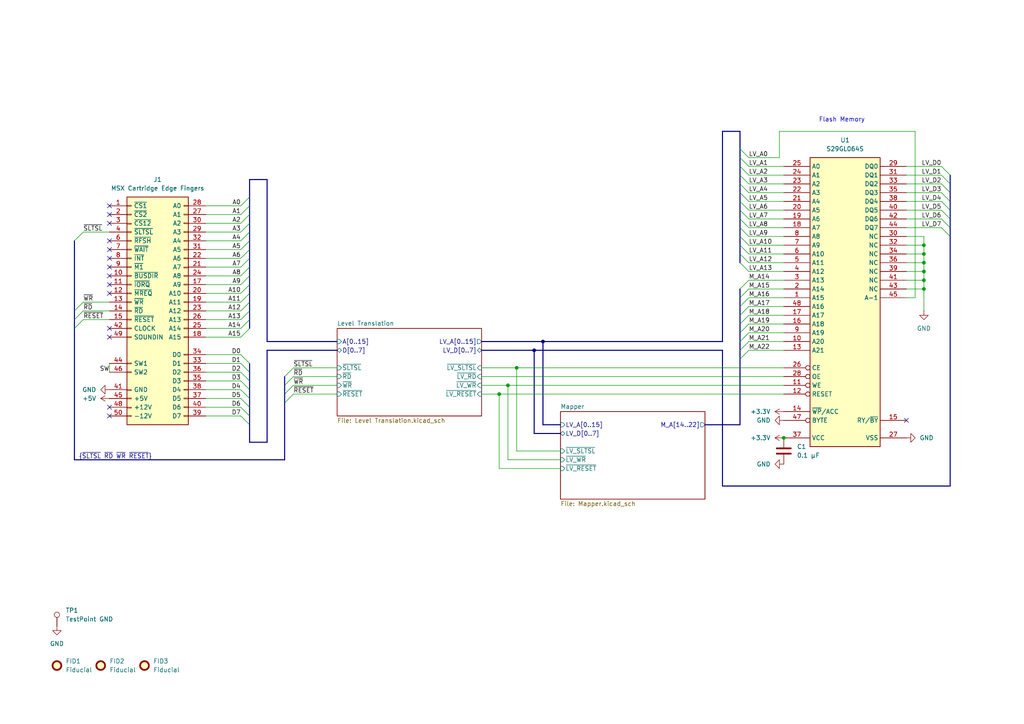
<source format=kicad_sch>
(kicad_sch (version 20250114) (generator "eeschema") (generator_version "9.0")
  (paper "A4")
  (title_block (title "ASCII16-X Mapper XL") (date "2023-12-16") (rev "1") (company "Author: Laurens Holst") (comment 1 "License: MIT") (comment 3 "Supports up to 8 MB Flash ROM (3.3V)") (comment 4 "Extended ASCII16 mapper for MSX"))
  (lib_symbols
    (symbol "#MySymbols:MSX_Cartridge_Edge_Fingers" (pin_names (offset 2)) (in_bom no)
      (property "Reference" "J1" (at 0 38.1 0))
      (property "Value" "MSX Cartridge Edge Fingers" (at 0 35.56 0))
      (symbol "MSX_Cartridge_Edge_Fingers_1_1"
        (rectangle (start -8.89 33.02) (end 8.89 -33.02) (stroke (width 0.254)) (fill (type background)))
        (rectangle (start -8.89 30.607) (end -7.62 30.353) (stroke (width 0.1524)))
        (rectangle (start -8.89 28.067) (end -7.62 27.813) (stroke (width 0.1524)))
        (rectangle (start -8.89 25.4) (end -7.62 25.146) (stroke (width 0.1524)))
        (rectangle (start -8.89 22.987) (end -7.62 22.733) (stroke (width 0.1524)))
        (rectangle (start -8.89 20.447) (end -7.62 20.193) (stroke (width 0.1524)))
        (rectangle (start -8.89 17.907) (end -7.62 17.653) (stroke (width 0.1524)))
        (rectangle (start -8.89 15.367) (end -7.62 15.113) (stroke (width 0.1524)))
        (rectangle (start -8.89 12.827) (end -7.62 12.573) (stroke (width 0.1524)))
        (rectangle (start -8.89 10.287) (end -7.62 10.033) (stroke (width 0.1524)))
        (rectangle (start -8.89 7.747) (end -7.62 7.493) (stroke (width 0.1524)))
        (rectangle (start -8.89 5.207) (end -7.62 4.953) (stroke (width 0.1524)))
        (rectangle (start -8.89 2.667) (end -7.62 2.413) (stroke (width 0.1524)))
        (rectangle (start -8.89 0.127) (end -7.62 -0.127) (stroke (width 0.1524)))
        (rectangle (start -8.89 -2.413) (end -7.62 -2.667) (stroke (width 0.1524)))
        (rectangle (start -8.89 -4.953) (end -7.62 -5.207) (stroke (width 0.1524)))
        (rectangle (start -8.89 -7.493) (end -7.62 -7.747) (stroke (width 0.1524)))
        (rectangle (start -8.89 -15.113) (end -7.62 -15.367) (stroke (width 0.1524)))
        (rectangle (start -8.89 -17.653) (end -7.62 -17.907) (stroke (width 0.1524)))
        (rectangle (start -8.89 -22.86) (end -7.62 -23.114) (stroke (width 0.1524)))
        (rectangle (start -8.89 -25.273) (end -7.62 -25.527) (stroke (width 0.1524)))
        (rectangle (start -8.89 -27.94) (end -7.62 -28.194) (stroke (width 0.1524)))
        (rectangle (start -8.89 -30.353) (end -7.62 -30.607) (stroke (width 0.1524)))
        (rectangle (start 7.62 12.7) (end 8.89 12.446) (stroke (width 0.1524)))
        (rectangle (start 7.62 -22.733) (end 8.89 -22.987) (stroke (width 0.1524)))
        (rectangle (start 8.89 30.607) (end 7.62 30.353) (stroke (width 0.1524)))
        (rectangle (start 8.89 28.067) (end 7.62 27.813) (stroke (width 0.1524)))
        (rectangle (start 8.89 25.527) (end 7.62 25.273) (stroke (width 0.1524)))
        (rectangle (start 8.89 22.987) (end 7.62 22.733) (stroke (width 0.1524)))
        (rectangle (start 8.89 20.447) (end 7.62 20.193) (stroke (width 0.1524)))
        (rectangle (start 8.89 17.907) (end 7.62 17.653) (stroke (width 0.1524)))
        (rectangle (start 8.89 15.367) (end 7.62 15.113) (stroke (width 0.1524)))
        (rectangle (start 8.89 10.287) (end 7.62 10.033) (stroke (width 0.1524)))
        (rectangle (start 8.89 7.747) (end 7.62 7.493) (stroke (width 0.1524)))
        (rectangle (start 8.89 5.207) (end 7.62 4.953) (stroke (width 0.1524)))
        (rectangle (start 8.89 2.667) (end 7.62 2.413) (stroke (width 0.1524)))
        (rectangle (start 8.89 0.127) (end 7.62 -0.127) (stroke (width 0.1524)))
        (rectangle (start 8.89 -2.413) (end 7.62 -2.667) (stroke (width 0.1524)))
        (rectangle (start 8.89 -4.953) (end 7.62 -5.207) (stroke (width 0.1524)))
        (rectangle (start 8.89 -7.493) (end 7.62 -7.747) (stroke (width 0.1524)))
        (rectangle (start 8.89 -12.573) (end 7.62 -12.827) (stroke (width 0.1524)))
        (rectangle (start 8.89 -15.113) (end 7.62 -15.367) (stroke (width 0.1524)))
        (rectangle (start 8.89 -17.653) (end 7.62 -17.907) (stroke (width 0.1524)))
        (rectangle (start 8.89 -20.193) (end 7.62 -20.447) (stroke (width 0.1524)))
        (rectangle (start 8.89 -25.273) (end 7.62 -25.527) (stroke (width 0.1524)))
        (rectangle (start 8.89 -27.813) (end 7.62 -28.067) (stroke (width 0.1524)))
        (rectangle (start 8.89 -30.353) (end 7.62 -30.607) (stroke (width 0.1524)))
        (pin output line (at -13.97 30.48 0) (length 5.08) (name "~{CS1}") (number "1"))
        (pin output line (at -13.97 27.94 0) (length 5.08) (name "~{CS2}") (number "2"))
        (pin output line (at -13.97 25.4 0) (length 5.08) (name "~{CS12}") (number "3"))
        (pin output line (at -13.97 22.86 0) (length 5.08) (name "~{SLTSL}") (number "4"))
        (pin output line (at -13.97 20.32 0) (length 5.08) (name "~{RFSH}") (number "6"))
        (pin open_collector line (at -13.97 17.78 0) (length 5.08) (name "~{WAIT}") (number "7"))
        (pin open_collector line (at -13.97 15.24 0) (length 5.08) (name "~{INT}") (number "8"))
        (pin output line (at -13.97 12.7 0) (length 5.08) (name "~{M1}") (number "9"))
        (pin input line (at -13.97 10.16 0) (length 5.08) (name "~{BUSDIR}") (number "10"))
        (pin output line (at -13.97 7.62 0) (length 5.08) (name "~{IORQ}") (number "11"))
        (pin output line (at -13.97 5.08 0) (length 5.08) (name "~{MREQ}") (number "12"))
        (pin output line (at -13.97 2.54 0) (length 5.08) (name "~{WR}") (number "13"))
        (pin output line (at -13.97 0 0) (length 5.08) (name "~{RD}") (number "14"))
        (pin output line (at -13.97 -2.54 0) (length 5.08) (name "~{RESET}") (number "15"))
        (pin output line (at -13.97 -5.08 0) (length 5.08) (name "CLOCK") (number "42"))
        (pin input line (at -13.97 -7.62 0) (length 5.08) (name "SOUNDIN") (number "49"))
        (pin power_out line (at -13.97 -15.24 0) (length 5.08) (name "SW1") (number "44"))
        (pin power_in line (at -13.97 -17.78 0) (length 5.08) (name "SW2") (number "46"))
        (pin power_out line (at -13.97 -22.86 0) (length 5.08) (name "GND") (number "41"))
        (pin passive line (at -13.97 -22.86 0) (length 5.08) (hide yes) (name "GND") (number "43"))
        (pin power_out line (at -13.97 -25.4 0) (length 5.08) (name "+5V") (number "45"))
        (pin passive line (at -13.97 -25.4 0) (length 5.08) (hide yes) (name "+5V") (number "47"))
        (pin power_out line (at -13.97 -27.94 0) (length 5.08) (name "+12V") (number "48"))
        (pin power_out line (at -13.97 -30.48 0) (length 5.08) (name "-12V") (number "50"))
        (pin no_connect non_logic (at -8.89 -10.16 0) (length 5.08) (hide yes) (name "N.C.") (number "5"))
        (pin no_connect non_logic (at -8.89 -12.7 0) (length 5.08) (hide yes) (name "N.C.") (number "16"))
        (pin output line (at 13.97 30.48 180) (length 5.08) (name "A0") (number "28"))
        (pin output line (at 13.97 27.94 180) (length 5.08) (name "A1") (number "27"))
        (pin output line (at 13.97 25.4 180) (length 5.08) (name "A2") (number "30"))
        (pin output line (at 13.97 22.86 180) (length 5.08) (name "A3") (number "29"))
        (pin output line (at 13.97 20.32 180) (length 5.08) (name "A4") (number "32"))
        (pin output line (at 13.97 17.78 180) (length 5.08) (name "A5") (number "31"))
        (pin output line (at 13.97 15.24 180) (length 5.08) (name "A6") (number "22"))
        (pin output line (at 13.97 12.7 180) (length 5.08) (name "A7") (number "21"))
        (pin output line (at 13.97 10.16 180) (length 5.08) (name "A8") (number "24"))
        (pin output line (at 13.97 7.62 180) (length 5.08) (name "A9") (number "17"))
        (pin output line (at 13.97 5.08 180) (length 5.08) (name "A10") (number "20"))
        (pin output line (at 13.97 2.54 180) (length 5.08) (name "A11") (number "19"))
        (pin output line (at 13.97 0 180) (length 5.08) (name "A12") (number "23"))
        (pin output line (at 13.97 -2.54 180) (length 5.08) (name "A13") (number "26"))
        (pin output line (at 13.97 -5.08 180) (length 5.08) (name "A14") (number "25"))
        (pin output line (at 13.97 -7.62 180) (length 5.08) (name "A15") (number "18"))
        (pin tri_state line (at 13.97 -12.7 180) (length 5.08) (name "D0") (number "34"))
        (pin tri_state line (at 13.97 -15.24 180) (length 5.08) (name "D1") (number "33"))
        (pin tri_state line (at 13.97 -17.78 180) (length 5.08) (name "D2") (number "36"))
        (pin tri_state line (at 13.97 -20.32 180) (length 5.08) (name "D3") (number "35"))
        (pin tri_state line (at 13.97 -22.86 180) (length 5.08) (name "D4") (number "38"))
        (pin tri_state line (at 13.97 -25.4 180) (length 5.08) (name "D5") (number "37"))
        (pin tri_state line (at 13.97 -27.94 180) (length 5.08) (name "D6") (number "40"))
        (pin tri_state line (at 13.97 -30.48 180) (length 5.08) (name "D7") (number "39"))
      )
    )
    (symbol "#MySymbols:S29GL064S"
      (property "Reference" "U" (at 0 -43.18 0))
      (property "Value" "S29GL064S" (at 0 43.18 0))
      (symbol "S29GL064S_0_1"
        (rectangle (start -10.16 41.91) (end 10.16 -41.91) (stroke (width 0.254)) (fill (type background)))
      )
      (symbol "S29GL064S_1_1"
        (pin input line (at -17.78 39.37 0) (length 7.62) (name "A0") (number "25"))
        (pin input line (at -17.78 36.83 0) (length 7.62) (name "A1") (number "24"))
        (pin input line (at -17.78 34.29 0) (length 7.62) (name "A2") (number "23"))
        (pin input line (at -17.78 31.75 0) (length 7.62) (name "A3") (number "22"))
        (pin input line (at -17.78 29.21 0) (length 7.62) (name "A4") (number "21"))
        (pin input line (at -17.78 26.67 0) (length 7.62) (name "A5") (number "20"))
        (pin input line (at -17.78 24.13 0) (length 7.62) (name "A6") (number "19"))
        (pin input line (at -17.78 21.59 0) (length 7.62) (name "A7") (number "18"))
        (pin input line (at -17.78 19.05 0) (length 7.62) (name "A8") (number "8"))
        (pin input line (at -17.78 16.51 0) (length 7.62) (name "A9") (number "7"))
        (pin input line (at -17.78 13.97 0) (length 7.62) (name "A10") (number "6"))
        (pin input line (at -17.78 11.43 0) (length 7.62) (name "A11") (number "5"))
        (pin input line (at -17.78 8.89 0) (length 7.62) (name "A12") (number "4"))
        (pin input line (at -17.78 6.35 0) (length 7.62) (name "A13") (number "3"))
        (pin input line (at -17.78 3.81 0) (length 7.62) (name "A14") (number "2"))
        (pin input line (at -17.78 1.27 0) (length 7.62) (name "A15") (number "1"))
        (pin input line (at -17.78 -1.27 0) (length 7.62) (name "A16") (number "48"))
        (pin input line (at -17.78 -3.81 0) (length 7.62) (name "A17") (number "17") (alternate "NC" passive line))
        (pin input line (at -17.78 -6.35 0) (length 7.62) (name "A18") (number "16") (alternate "NC" passive line))
        (pin input line (at -17.78 -8.89 0) (length 7.62) (name "A19") (number "9") (alternate "NC" passive line))
        (pin input line (at -17.78 -11.43 0) (length 7.62) (name "A20") (number "10") (alternate "NC" passive line))
        (pin input line (at -17.78 -13.97 0) (length 7.62) (name "A21") (number "13") (alternate "NC" passive line))
        (pin input inverted (at -17.78 -19.05 0) (length 7.62) (name "CE") (number "26"))
        (pin input inverted (at -17.78 -21.59 0) (length 7.62) (name "OE") (number "28"))
        (pin input inverted (at -17.78 -24.13 0) (length 7.62) (name "WE") (number "11"))
        (pin input inverted (at -17.78 -26.67 0) (length 7.62) (name "RESET") (number "12"))
        (pin input line (at -17.78 -31.75 0) (length 7.62) (name "~{WP}/ACC") (number "14") (alternate "NC" passive line))
        (pin input inverted (at -17.78 -34.29 0) (length 7.62) (name "BYTE") (number "47"))
        (pin power_in line (at -17.78 -39.37 0) (length 7.62) (name "VCC") (number "37"))
        (pin bidirectional line (at 17.78 39.37 180) (length 7.62) (name "DQ0") (number "29"))
        (pin bidirectional line (at 17.78 36.83 180) (length 7.62) (name "DQ1") (number "31"))
        (pin bidirectional line (at 17.78 34.29 180) (length 7.62) (name "DQ2") (number "33"))
        (pin bidirectional line (at 17.78 31.75 180) (length 7.62) (name "DQ3") (number "35"))
        (pin bidirectional line (at 17.78 29.21 180) (length 7.62) (name "DQ4") (number "38"))
        (pin bidirectional line (at 17.78 26.67 180) (length 7.62) (name "DQ5") (number "40"))
        (pin bidirectional line (at 17.78 24.13 180) (length 7.62) (name "DQ6") (number "42"))
        (pin bidirectional line (at 17.78 21.59 180) (length 7.62) (name "DQ7") (number "44"))
        (pin bidirectional line (at 17.78 19.05 180) (length 7.62) (name "DQ8") (number "30") (alternate "NC" passive line))
        (pin bidirectional line (at 17.78 16.51 180) (length 7.62) (name "DQ9") (number "32") (alternate "NC" passive line))
        (pin bidirectional line (at 17.78 13.97 180) (length 7.62) (name "DQ10") (number "34") (alternate "NC" passive line))
        (pin bidirectional line (at 17.78 11.43 180) (length 7.62) (name "DQ11") (number "36") (alternate "NC" passive line))
        (pin bidirectional line (at 17.78 8.89 180) (length 7.62) (name "DQ12") (number "39") (alternate "NC" passive line))
        (pin bidirectional line (at 17.78 6.35 180) (length 7.62) (name "DQ13") (number "41") (alternate "NC" passive line))
        (pin bidirectional line (at 17.78 3.81 180) (length 7.62) (name "DQ14") (number "43") (alternate "NC" passive line))
        (pin bidirectional line (at 17.78 1.27 180) (length 7.62) (name "DQ15") (number "45") (alternate "A-1" input line))
        (pin output line (at 17.78 -34.29 180) (length 7.62) (name "RY/~{BY}") (number "15"))
        (pin power_in line (at 17.78 -39.37 180) (length 7.62) (name "VSS") (number "27"))
        (pin passive line (at 17.78 -39.37 180) (length 7.62) (hide yes) (name "VSS") (number "46"))
      )
    )
    (symbol "+3.3V_1" (power) (pin_numbers (hide yes)) (pin_names (offset 0) (hide yes))
      (property "Value" "+3.3V" (at 0 3.556 0))
      (symbol "+3.3V_1_0_1"
        (polyline (pts (xy -0.762 1.27) (xy 0 2.54)))
        (polyline (pts (xy 0 2.54) (xy 0.762 1.27)))
        (polyline (pts (xy 0 0) (xy 0 2.54)))
      )
      (symbol "+3.3V_1_1_1"
        (pin power_in line (at 0 0 90) (length 0) (name "~") (number "1"))
      )
    )
    (symbol "+5V_1" (power) (pin_numbers (hide yes)) (pin_names (offset 0) (hide yes))
      (property "Value" "+5V" (at 0 3.556 0))
      (symbol "+5V_1_0_1"
        (polyline (pts (xy -0.762 1.27) (xy 0 2.54)))
        (polyline (pts (xy 0 2.54) (xy 0.762 1.27)))
        (polyline (pts (xy 0 0) (xy 0 2.54)))
      )
      (symbol "+5V_1_1_1"
        (pin power_in line (at 0 0 90) (length 0) (name "~") (number "1"))
      )
    )
    (symbol "Connector:TestPoint" (pin_numbers (hide yes)) (pin_names (offset 0.762) (hide yes))
      (property "Reference" "TP" (at 0 6.858 0))
      (property "Value" "TestPoint" (at 0 5.08 0))
      (symbol "TestPoint_0_1"
        (circle (center 0 3.302) (radius 0.762))
      )
      (symbol "TestPoint_1_1"
        (pin passive line (at 0 0 90) (length 2.54) (name "1") (number "1"))
      )
    )
    (symbol "Device:C" (pin_numbers (hide yes)) (pin_names (offset 0.254))
      (property "Reference" "C" (at 0.635 2.54 0))
      (property "Value" "C" (at 0.635 -2.54 0))
      (symbol "C_0_1"
        (polyline (pts (xy -2.032 0.762) (xy 2.032 0.762)) (stroke (width 0.508)))
        (polyline (pts (xy -2.032 -0.762) (xy 2.032 -0.762)) (stroke (width 0.508)))
      )
      (symbol "C_1_1"
        (pin passive line (at 0 3.81 270) (length 2.794) (name "~") (number "1"))
        (pin passive line (at 0 -3.81 90) (length 2.794) (name "~") (number "2"))
      )
    )
    (symbol "GND_1" (power) (pin_numbers (hide yes)) (pin_names (offset 0) (hide yes))
      (property "Value" "GND" (at 0 -3.81 0))
      (symbol "GND_1_0_1"
        (polyline (pts (xy 0 0) (xy 0 -1.27) (xy 1.27 -1.27) (xy 0 -2.54) (xy -1.27 -1.27) (xy 0 -1.27)))
      )
      (symbol "GND_1_1_1"
        (pin power_in line (at 0 0 270) (length 0) (name "~") (number "1"))
      )
    )
    (symbol "Mechanical:Fiducial"
      (property "Reference" "FID" (at 0 5.08 0))
      (property "Value" "Fiducial" (at 0 3.175 0))
      (symbol "Fiducial_0_1"
        (circle (center 0 0) (radius 1.27) (stroke (width 0.508)) (fill (type background)))
      )
    )
  )
  (text "Flash Memory" (at 237.49 35.56 0) (effects (font (size 1.27 1.27)) (justify left bottom)))
  (junction (at 267.97 78.74))
  (junction (at 149.86 106.68))
  (junction (at 147.32 111.76))
  (junction (at 157.48 99.06))
  (junction (at 154.94 101.6))
  (junction (at 267.97 71.12))
  (junction (at 267.97 76.2))
  (junction (at 144.78 114.3))
  (junction (at 227.33 127))
  (junction (at 267.97 83.82))
  (junction (at 267.97 73.66))
  (junction (at 267.97 81.28))
  (no_connect (at 262.89 121.92))
  (no_connect (at 31.75 69.85))
  (no_connect (at 31.75 80.01))
  (no_connect (at 31.75 72.39))
  (no_connect (at 31.75 82.55))
  (no_connect (at 31.75 120.65))
  (no_connect (at 31.75 85.09))
  (no_connect (at 31.75 64.77))
  (no_connect (at 31.75 74.93))
  (no_connect (at 31.75 118.11))
  (no_connect (at 31.75 77.47))
  (no_connect (at 31.75 59.69))
  (no_connect (at 31.75 97.79))
  (no_connect (at 31.75 62.23))
  (no_connect (at 31.75 95.25))
  (bus_entry (at 273.05 63.5) (size 2.54 2.54))
  (bus_entry (at 69.85 64.77) (size 2.54 -2.54))
  (bus_entry (at 214.63 68.58) (size 2.54 2.54))
  (bus_entry (at 69.85 62.23) (size 2.54 -2.54))
  (bus_entry (at 24.13 67.31) (size -2.54 2.54))
  (bus_entry (at 273.05 53.34) (size 2.54 2.54))
  (bus_entry (at 82.55 114.3) (size 2.54 -2.54))
  (bus_entry (at 214.63 71.12) (size 2.54 2.54))
  (bus_entry (at 214.63 66.04) (size 2.54 2.54))
  (bus_entry (at 273.05 50.8) (size 2.54 2.54))
  (bus_entry (at 69.85 113.03) (size 2.54 2.54))
  (bus_entry (at 273.05 60.96) (size 2.54 2.54))
  (bus_entry (at 214.63 50.8) (size 2.54 2.54))
  (bus_entry (at 69.85 107.95) (size 2.54 2.54))
  (bus_entry (at 214.63 88.9) (size 2.54 -2.54))
  (bus_entry (at 273.05 66.04) (size 2.54 2.54))
  (bus_entry (at 69.85 97.79) (size 2.54 -2.54))
  (bus_entry (at 214.63 99.06) (size 2.54 -2.54))
  (bus_entry (at 214.63 76.2) (size 2.54 2.54))
  (bus_entry (at 69.85 105.41) (size 2.54 2.54))
  (bus_entry (at 69.85 82.55) (size 2.54 -2.54))
  (bus_entry (at 69.85 72.39) (size 2.54 -2.54))
  (bus_entry (at 69.85 87.63) (size 2.54 -2.54))
  (bus_entry (at 82.55 111.76) (size 2.54 -2.54))
  (bus_entry (at 214.63 43.18) (size 2.54 2.54))
  (bus_entry (at 214.63 58.42) (size 2.54 2.54))
  (bus_entry (at 69.85 120.65) (size 2.54 2.54))
  (bus_entry (at 214.63 96.52) (size 2.54 -2.54))
  (bus_entry (at 214.63 86.36) (size 2.54 -2.54))
  (bus_entry (at 214.63 48.26) (size 2.54 2.54))
  (bus_entry (at 69.85 59.69) (size 2.54 -2.54))
  (bus_entry (at 214.63 93.98) (size 2.54 -2.54))
  (bus_entry (at 214.63 63.5) (size 2.54 2.54))
  (bus_entry (at 82.55 116.84) (size 2.54 -2.54))
  (bus_entry (at 273.05 58.42) (size 2.54 2.54))
  (bus_entry (at 214.63 101.6) (size 2.54 -2.54))
  (bus_entry (at 214.63 104.14) (size 2.54 -2.54))
  (bus_entry (at 82.55 109.22) (size 2.54 -2.54))
  (bus_entry (at 214.63 73.66) (size 2.54 2.54))
  (bus_entry (at 69.85 67.31) (size 2.54 -2.54))
  (bus_entry (at 69.85 95.25) (size 2.54 -2.54))
  (bus_entry (at 69.85 115.57) (size 2.54 2.54))
  (bus_entry (at 214.63 45.72) (size 2.54 2.54))
  (bus_entry (at 273.05 55.88) (size 2.54 2.54))
  (bus_entry (at 69.85 85.09) (size 2.54 -2.54))
  (bus_entry (at 69.85 74.93) (size 2.54 -2.54))
  (bus_entry (at 214.63 83.82) (size 2.54 -2.54))
  (bus_entry (at 214.63 53.34) (size 2.54 2.54))
  (bus_entry (at 69.85 80.01) (size 2.54 -2.54))
  (bus_entry (at 24.13 92.71) (size -2.54 2.54))
  (bus_entry (at 214.63 60.96) (size 2.54 2.54))
  (bus_entry (at 214.63 55.88) (size 2.54 2.54))
  (bus_entry (at 69.85 90.17) (size 2.54 -2.54))
  (bus_entry (at 24.13 87.63) (size -2.54 2.54))
  (bus_entry (at 214.63 91.44) (size 2.54 -2.54))
  (bus_entry (at 273.05 48.26) (size 2.54 2.54))
  (bus_entry (at 69.85 77.47) (size 2.54 -2.54))
  (bus_entry (at 69.85 110.49) (size 2.54 2.54))
  (bus_entry (at 69.85 118.11) (size 2.54 2.54))
  (bus_entry (at 69.85 92.71) (size 2.54 -2.54))
  (bus_entry (at 24.13 90.17) (size -2.54 2.54))
  (bus_entry (at 69.85 102.87) (size 2.54 2.54))
  (bus_entry (at 69.85 69.85) (size 2.54 -2.54))
  (wire (pts (xy 59.69 80.01) (xy 69.85 80.01)))
  (bus (pts (xy 214.63 63.5) (xy 214.63 60.96)))
  (wire (pts (xy 24.13 87.63) (xy 31.75 87.63)))
  (bus (pts (xy 72.39 113.03) (xy 72.39 115.57)))
  (bus (pts (xy 72.39 80.01) (xy 72.39 82.55)))
  (wire (pts (xy 262.89 66.04) (xy 273.05 66.04)))
  (bus (pts (xy 154.94 101.6) (xy 209.55 101.6)))
  (bus (pts (xy 214.63 86.36) (xy 214.63 88.9)))
  (wire (pts (xy 262.89 48.26) (xy 273.05 48.26)))
  (wire (pts (xy 217.17 58.42) (xy 227.33 58.42)))
  (wire (pts (xy 217.17 55.88) (xy 227.33 55.88)))
  (wire (pts (xy 262.89 71.12) (xy 267.97 71.12)))
  (wire (pts (xy 162.56 133.35) (xy 147.32 133.35)))
  (bus (pts (xy 72.39 90.17) (xy 72.39 92.71)))
  (wire (pts (xy 139.7 111.76) (xy 147.32 111.76)))
  (bus (pts (xy 139.7 101.6) (xy 154.94 101.6)))
  (wire (pts (xy 59.69 113.03) (xy 69.85 113.03)))
  (wire (pts (xy 267.97 90.17) (xy 267.97 83.82)))
  (bus (pts (xy 214.63 48.26) (xy 214.63 45.72)))
  (bus (pts (xy 275.59 53.34) (xy 275.59 55.88)))
  (bus (pts (xy 82.55 111.76) (xy 82.55 114.3)))
  (bus (pts (xy 214.63 50.8) (xy 214.63 48.26)))
  (bus (pts (xy 214.63 43.18) (xy 214.63 38.1)))
  (bus (pts (xy 275.59 50.8) (xy 275.59 53.34)))
  (bus (pts (xy 214.63 91.44) (xy 214.63 93.98)))
  (bus (pts (xy 72.39 82.55) (xy 72.39 85.09)))
  (wire (pts (xy 59.69 64.77) (xy 69.85 64.77)))
  (wire (pts (xy 59.69 72.39) (xy 69.85 72.39)))
  (bus (pts (xy 162.56 125.73) (xy 154.94 125.73)))
  (wire (pts (xy 262.89 68.58) (xy 267.97 68.58)))
  (bus (pts (xy 214.63 101.6) (xy 214.63 104.14)))
  (wire (pts (xy 217.17 81.28) (xy 227.33 81.28)))
  (wire (pts (xy 262.89 55.88) (xy 273.05 55.88)))
  (bus (pts (xy 157.48 123.19) (xy 157.48 99.06)))
  (wire (pts (xy 59.69 77.47) (xy 69.85 77.47)))
  (bus (pts (xy 275.59 58.42) (xy 275.59 60.96)))
  (bus (pts (xy 72.39 59.69) (xy 72.39 62.23)))
  (wire (pts (xy 217.17 83.82) (xy 227.33 83.82)))
  (bus (pts (xy 72.39 57.15) (xy 72.39 59.69)))
  (wire (pts (xy 162.56 130.81) (xy 149.86 130.81)))
  (wire (pts (xy 59.69 105.41) (xy 69.85 105.41)))
  (wire (pts (xy 144.78 114.3) (xy 227.33 114.3)))
  (bus (pts (xy 209.55 38.1) (xy 209.55 99.06)))
  (wire (pts (xy 217.17 99.06) (xy 227.33 99.06)))
  (wire (pts (xy 149.86 106.68) (xy 227.33 106.68)))
  (wire (pts (xy 217.17 71.12) (xy 227.33 71.12)))
  (bus (pts (xy 72.39 105.41) (xy 72.39 107.95)))
  (wire (pts (xy 262.89 83.82) (xy 267.97 83.82)))
  (wire (pts (xy 59.69 74.93) (xy 69.85 74.93)))
  (bus (pts (xy 72.39 107.95) (xy 72.39 110.49)))
  (wire (pts (xy 217.17 101.6) (xy 227.33 101.6)))
  (bus (pts (xy 72.39 67.31) (xy 72.39 69.85)))
  (wire (pts (xy 217.17 91.44) (xy 227.33 91.44)))
  (bus (pts (xy 214.63 88.9) (xy 214.63 91.44)))
  (wire (pts (xy 217.17 50.8) (xy 227.33 50.8)))
  (wire (pts (xy 217.17 68.58) (xy 227.33 68.58)))
  (wire (pts (xy 59.69 62.23) (xy 69.85 62.23)))
  (wire (pts (xy 144.78 135.89) (xy 144.78 114.3)))
  (wire (pts (xy 85.09 109.22) (xy 97.79 109.22)))
  (bus (pts (xy 77.47 128.27) (xy 72.39 128.27)))
  (bus (pts (xy 72.39 69.85) (xy 72.39 72.39)))
  (wire (pts (xy 217.17 63.5) (xy 227.33 63.5)))
  (bus (pts (xy 21.59 92.71) (xy 21.59 95.25)))
  (wire (pts (xy 217.17 48.26) (xy 227.33 48.26)))
  (wire (pts (xy 217.17 86.36) (xy 227.33 86.36)))
  (bus (pts (xy 214.63 123.19) (xy 204.47 123.19)))
  (wire (pts (xy 59.69 69.85) (xy 69.85 69.85)))
  (bus (pts (xy 72.39 115.57) (xy 72.39 118.11)))
  (wire (pts (xy 85.09 106.68) (xy 97.79 106.68)))
  (wire (pts (xy 262.89 81.28) (xy 267.97 81.28)))
  (wire (pts (xy 59.69 97.79) (xy 69.85 97.79)))
  (wire (pts (xy 217.17 78.74) (xy 227.33 78.74)))
  (bus (pts (xy 214.63 83.82) (xy 214.63 86.36)))
  (bus (pts (xy 214.63 93.98) (xy 214.63 96.52)))
  (bus (pts (xy 214.63 99.06) (xy 214.63 101.6)))
  (bus (pts (xy 214.63 104.14) (xy 214.63 123.19)))
  (wire (pts (xy 267.97 68.58) (xy 267.97 71.12)))
  (bus (pts (xy 214.63 53.34) (xy 214.63 50.8)))
  (bus (pts (xy 72.39 118.11) (xy 72.39 120.65)))
  (wire (pts (xy 262.89 73.66) (xy 267.97 73.66)))
  (bus (pts (xy 72.39 85.09) (xy 72.39 87.63)))
  (bus (pts (xy 275.59 63.5) (xy 275.59 66.04)))
  (wire (pts (xy 59.69 92.71) (xy 69.85 92.71)))
  (bus (pts (xy 275.59 60.96) (xy 275.59 63.5)))
  (bus (pts (xy 157.48 99.06) (xy 209.55 99.06)))
  (wire (pts (xy 226.06 38.1) (xy 226.06 45.72)))
  (wire (pts (xy 217.17 73.66) (xy 227.33 73.66)))
  (bus (pts (xy 82.55 109.22) (xy 82.55 111.76)))
  (wire (pts (xy 262.89 78.74) (xy 267.97 78.74)))
  (wire (pts (xy 267.97 76.2) (xy 267.97 78.74)))
  (bus (pts (xy 72.39 120.65) (xy 72.39 123.19)))
  (bus (pts (xy 72.39 123.19) (xy 72.39 128.27)))
  (bus (pts (xy 77.47 101.6) (xy 77.47 128.27)))
  (wire (pts (xy 59.69 90.17) (xy 69.85 90.17)))
  (bus (pts (xy 82.55 116.84) (xy 82.55 133.35)))
  (bus (pts (xy 275.59 140.97) (xy 209.55 140.97)))
  (bus (pts (xy 214.63 55.88) (xy 214.63 53.34)))
  (wire (pts (xy 217.17 76.2) (xy 227.33 76.2)))
  (bus (pts (xy 209.55 140.97) (xy 209.55 101.6)))
  (wire (pts (xy 139.7 106.68) (xy 149.86 106.68)))
  (wire (pts (xy 217.17 66.04) (xy 227.33 66.04)))
  (bus (pts (xy 72.39 52.07) (xy 72.39 57.15)))
  (bus (pts (xy 72.39 74.93) (xy 72.39 77.47)))
  (wire (pts (xy 59.69 95.25) (xy 69.85 95.25)))
  (bus (pts (xy 21.59 69.85) (xy 21.59 90.17)))
  (bus (pts (xy 72.39 77.47) (xy 72.39 80.01)))
  (wire (pts (xy 59.69 118.11) (xy 69.85 118.11)))
  (wire (pts (xy 149.86 130.81) (xy 149.86 106.68)))
  (bus (pts (xy 72.39 92.71) (xy 72.39 95.25)))
  (wire (pts (xy 24.13 92.71) (xy 31.75 92.71)))
  (bus (pts (xy 162.56 123.19) (xy 157.48 123.19)))
  (bus (pts (xy 97.79 101.6) (xy 77.47 101.6)))
  (wire (pts (xy 147.32 133.35) (xy 147.32 111.76)))
  (wire (pts (xy 267.97 71.12) (xy 267.97 73.66)))
  (wire (pts (xy 59.69 87.63) (xy 69.85 87.63)))
  (wire (pts (xy 267.97 78.74) (xy 267.97 81.28)))
  (bus (pts (xy 214.63 58.42) (xy 214.63 55.88)))
  (bus (pts (xy 21.59 90.17) (xy 21.59 92.71)))
  (wire (pts (xy 59.69 82.55) (xy 69.85 82.55)))
  (wire (pts (xy 59.69 59.69) (xy 69.85 59.69)))
  (wire (pts (xy 267.97 73.66) (xy 267.97 76.2)))
  (bus (pts (xy 214.63 76.2) (xy 214.63 73.66)))
  (bus (pts (xy 154.94 125.73) (xy 154.94 101.6)))
  (bus (pts (xy 275.59 55.88) (xy 275.59 58.42)))
  (wire (pts (xy 59.69 107.95) (xy 69.85 107.95)))
  (wire (pts (xy 59.69 85.09) (xy 69.85 85.09)))
  (bus (pts (xy 214.63 38.1) (xy 209.55 38.1)))
  (bus (pts (xy 21.59 133.35) (xy 82.55 133.35)))
  (wire (pts (xy 139.7 114.3) (xy 144.78 114.3)))
  (wire (pts (xy 147.32 111.76) (xy 227.33 111.76)))
  (bus (pts (xy 21.59 133.35) (xy 21.59 95.25)))
  (bus (pts (xy 275.59 68.58) (xy 275.59 140.97)))
  (bus (pts (xy 214.63 68.58) (xy 214.63 66.04)))
  (wire (pts (xy 262.89 63.5) (xy 273.05 63.5)))
  (wire (pts (xy 265.43 38.1) (xy 226.06 38.1)))
  (wire (pts (xy 217.17 93.98) (xy 227.33 93.98)))
  (bus (pts (xy 72.39 62.23) (xy 72.39 64.77)))
  (bus (pts (xy 139.7 99.06) (xy 157.48 99.06)))
  (wire (pts (xy 59.69 67.31) (xy 69.85 67.31)))
  (bus (pts (xy 214.63 45.72) (xy 214.63 43.18)))
  (bus (pts (xy 72.39 72.39) (xy 72.39 74.93)))
  (wire (pts (xy 217.17 88.9) (xy 227.33 88.9)))
  (wire (pts (xy 85.09 111.76) (xy 97.79 111.76)))
  (wire (pts (xy 217.17 45.72) (xy 226.06 45.72)))
  (wire (pts (xy 262.89 60.96) (xy 273.05 60.96)))
  (wire (pts (xy 31.75 105.41) (xy 31.75 107.95)))
  (bus (pts (xy 72.39 110.49) (xy 72.39 113.03)))
  (wire (pts (xy 262.89 53.34) (xy 273.05 53.34)))
  (wire (pts (xy 59.69 110.49) (xy 69.85 110.49)))
  (wire (pts (xy 262.89 76.2) (xy 267.97 76.2)))
  (wire (pts (xy 24.13 67.31) (xy 31.75 67.31)))
  (bus (pts (xy 214.63 73.66) (xy 214.63 71.12)))
  (bus (pts (xy 72.39 87.63) (xy 72.39 90.17)))
  (wire (pts (xy 262.89 58.42) (xy 273.05 58.42)))
  (wire (pts (xy 139.7 109.22) (xy 227.33 109.22)))
  (wire (pts (xy 217.17 60.96) (xy 227.33 60.96)))
  (wire (pts (xy 59.69 115.57) (xy 69.85 115.57)))
  (wire (pts (xy 262.89 86.36) (xy 265.43 86.36)))
  (bus (pts (xy 214.63 60.96) (xy 214.63 58.42)))
  (bus (pts (xy 275.59 66.04) (xy 275.59 68.58)))
  (wire (pts (xy 217.17 96.52) (xy 227.33 96.52)))
  (bus (pts (xy 77.47 52.07) (xy 72.39 52.07)))
  (wire (pts (xy 267.97 81.28) (xy 267.97 83.82)))
  (wire (pts (xy 262.89 50.8) (xy 273.05 50.8)))
  (wire (pts (xy 162.56 135.89) (xy 144.78 135.89)))
  (bus (pts (xy 82.55 114.3) (xy 82.55 116.84)))
  (wire (pts (xy 265.43 86.36) (xy 265.43 38.1)))
  (bus (pts (xy 214.63 96.52) (xy 214.63 99.06)))
  (wire (pts (xy 24.13 90.17) (xy 31.75 90.17)))
  (wire (pts (xy 59.69 102.87) (xy 69.85 102.87)))
  (wire (pts (xy 59.69 120.65) (xy 69.85 120.65)))
  (bus (pts (xy 97.79 99.06) (xy 77.47 99.06)))
  (wire (pts (xy 85.09 114.3) (xy 97.79 114.3)))
  (bus (pts (xy 214.63 71.12) (xy 214.63 68.58)))
  (bus (pts (xy 72.39 64.77) (xy 72.39 67.31)))
  (bus (pts (xy 214.63 66.04) (xy 214.63 63.5)))
  (bus (pts (xy 77.47 99.06) (xy 77.47 52.07)))
  (wire (pts (xy 217.17 53.34) (xy 227.33 53.34)))
  (label "D1" (at 69.85 105.41 180))
  (label "~{WR}" (at 85.09 111.76 0))
  (label "A8" (at 69.85 80.01 180))
  (label "LV_A11" (at 217.17 73.66 0))
  (label "LV_D7" (at 273.05 66.04 180))
  (label "A1" (at 69.85 62.23 180))
  (label "LV_D3" (at 273.05 55.88 180))
  (label "A9" (at 69.85 82.55 180))
  (label "LV_A3" (at 217.17 53.34 0))
  (label "LV_D5" (at 273.05 60.96 180))
  (label "A3" (at 69.85 67.31 180))
  (label "LV_A7" (at 217.17 63.5 0))
  (label "LV_A1" (at 217.17 48.26 0))
  (label "LV_A4" (at 217.17 55.88 0))
  (label "LV_A6" (at 217.17 60.96 0))
  (label "A6" (at 69.85 74.93 180))
  (label "~{WR}" (at 24.13 87.63 0))
  (label "LV_A0" (at 217.17 45.72 0))
  (label "M_A14" (at 217.17 81.28 0))
  (label "~{RD}" (at 24.13 90.17 0))
  (label "A4" (at 69.85 69.85 180))
  (label "D2" (at 69.85 107.95 180))
  (label "LV_D0" (at 273.05 48.26 180))
  (label "~{RESET}" (at 85.09 114.3 0))
  (label "M_A17" (at 217.17 88.9 0))
  (label "LV_D4" (at 273.05 58.42 180))
  (label "A15" (at 69.85 97.79 180))
  (label "M_A19" (at 217.17 93.98 0))
  (label "LV_A12" (at 217.17 76.2 0))
  (label "LV_A8" (at 217.17 66.04 0))
  (label "M_A21" (at 217.17 99.06 0))
  (label "A14" (at 69.85 95.25 180))
  (label "A10" (at 69.85 85.09 180))
  (label "~{SLTSL}" (at 85.09 106.68 0))
  (label "~{SLTSL}" (at 24.13 67.31 0))
  (label "~{RESET}" (at 24.13 92.71 0))
  (label "D0" (at 69.85 102.87 180))
  (label "LV_A10" (at 217.17 71.12 0))
  (label "LV_D6" (at 273.05 63.5 180))
  (label "A11" (at 69.85 87.63 180))
  (label "D3" (at 69.85 110.49 180))
  (label "A5" (at 69.85 72.39 180))
  (label "LV_A5" (at 217.17 58.42 0))
  (label "LV_A9" (at 217.17 68.58 0))
  (label "A12" (at 69.85 90.17 180))
  (label "A7" (at 69.85 77.47 180))
  (label "D6" (at 69.85 118.11 180))
  (label "M_A18" (at 217.17 91.44 0))
  (label "{~{SLTSL} ~{RD} ~{WR} ~{RESET}}" (at 22.86 133.35 0))
  (label "SW" (at 31.75 107.95 180))
  (label "M_A20" (at 217.17 96.52 0))
  (label "A2" (at 69.85 64.77 180))
  (label "M_A16" (at 217.17 86.36 0))
  (label "~{RD}" (at 85.09 109.22 0))
  (label "D5" (at 69.85 115.57 180))
  (label "M_A15" (at 217.17 83.82 0))
  (label "A0" (at 69.85 59.69 180))
  (label "D4" (at 69.85 113.03 180))
  (label "LV_A2" (at 217.17 50.8 0))
  (label "LV_D2" (at 273.05 53.34 180))
  (label "LV_D1" (at 273.05 50.8 180))
  (label "M_A22" (at 217.17 101.6 0))
  (label "A13" (at 69.85 92.71 180))
  (label "D7" (at 69.85 120.65 180))
  (label "LV_A13" (at 217.17 78.74 0))
  (symbol (lib_name "GND_1") (lib_id "power:GND") (at 262.89 127 90) (unit 1)
    (property "Reference" "#PWR08" (effects (hide yes)))
    (property "Value" "GND" (at 266.7 126.9999 90) (effects (justify right)))
    (property "Description" "Power symbol creates a global label with name \"GND\" , ground" (effects (hide yes)))
  )
  (symbol (lib_name "GND_1") (lib_id "power:GND") (at 227.33 121.92 270) (unit 1)
    (property "Reference" "#PWR05" (effects (hide yes)))
    (property "Value" "GND" (at 223.52 121.9199 90) (effects (justify right)))
    (property "Description" "Power symbol creates a global label with name \"GND\" , ground" (effects (hide yes)))
  )
  (symbol (lib_name "GND_1") (lib_id "power:GND") (at 267.97 90.17 0) (unit 1)
    (property "Reference" "#PWR09" (effects (hide yes)))
    (property "Value" "GND" (at 267.97 95.25 0))
    (property "Description" "Power symbol creates a global label with name \"GND\" , ground" (effects (hide yes)))
  )
  (symbol (lib_id "Device:C") (at 227.33 130.81 0) (unit 1)
    (property "Reference" "C1" (at 231.14 129.54 0) (effects (justify left)))
    (property "Value" "0.1 µF" (at 231.14 132.08 0) (effects (justify left)))
    (property "Footprint" "Capacitor_SMD:C_0805_2012Metric" (effects (hide yes)))
    (property "Description" "CAP CER 0.1UF 50V X7R 10% 0805" (effects (hide yes)))
    (property "Package" "0805" (effects (hide yes)))
    (property "MPN" "CL21B104KBCNNNC" (effects (hide yes)))
    (property "Type" "SMD" (effects (hide yes)))
    (property "Manufacturer" "Samsung" (effects (hide yes)))
  )
  (symbol (lib_id "#MySymbols:MSX_Cartridge_Edge_Fingers") (at 45.72 90.17 0) (unit 1) (in_bom no)
    (property "Reference" "J1" (at 45.72 52.07 0))
    (property "Value" "MSX Cartridge Edge Fingers" (at 45.72 54.61 0))
    (property "Footprint" "#MyFootprints:MSX_Cartridge_Edge_Fingers" (effects (hide yes)))
    (property "Notes" "Do not place" (effects (hide yes)))
  )
  (symbol (lib_name "+3.3V_1") (lib_id "power:+3.3V") (at 227.33 127 90) (unit 1)
    (property "Reference" "#PWR06" (effects (hide yes)))
    (property "Value" "+3.3V" (at 223.52 126.9999 90) (effects (justify left)))
    (property "Description" "Power symbol creates a global label with name \"+3.3V\"" (effects (hide yes)))
  )
  (symbol (lib_name "GND_1") (lib_id "power:GND") (at 227.33 134.62 270) (unit 1)
    (property "Reference" "#PWR07" (effects (hide yes)))
    (property "Value" "GND" (at 223.52 134.6199 90) (effects (justify right)))
    (property "Description" "Power symbol creates a global label with name \"GND\" , ground" (effects (hide yes)))
  )
  (symbol (lib_name "GND_1") (lib_id "power:GND") (at 31.75 113.03 270) (unit 1)
    (property "Reference" "#PWR02" (effects (hide yes)))
    (property "Value" "GND" (at 27.94 113.0299 90) (effects (justify right)))
    (property "Description" "Power symbol creates a global label with name \"GND\" , ground" (effects (hide yes)))
  )
  (symbol (lib_id "Mechanical:Fiducial") (at 41.91 193.04 0) (unit 1) (exclude_from_sim yes) (in_bom no)
    (property "Reference" "FID3" (at 44.45 191.77 0) (effects (justify left)))
    (property "Value" "Fiducial" (at 44.45 194.31 0) (effects (justify left)))
    (property "Footprint" "Fiducial:Fiducial_1mm_Mask2mm" (effects (hide yes)))
    (property "Notes" "Do not place" (effects (hide yes)))
  )
  (symbol (lib_id "Mechanical:Fiducial") (at 16.51 193.04 0) (unit 1) (exclude_from_sim yes) (in_bom no)
    (property "Reference" "FID1" (at 19.05 191.77 0) (effects (justify left)))
    (property "Value" "Fiducial" (at 19.05 194.31 0) (effects (justify left)))
    (property "Footprint" "Fiducial:Fiducial_1mm_Mask2mm" (effects (hide yes)))
    (property "Notes" "Do not place" (effects (hide yes)))
  )
  (symbol (lib_id "Connector:TestPoint") (at 16.51 181.61 0) (unit 1) (in_bom no)
    (property "Reference" "TP1" (at 19.05 177.038 0) (effects (justify left)))
    (property "Value" "TestPoint GND" (at 19.05 179.578 0) (effects (justify left)))
    (property "Footprint" "TestPoint:TestPoint_THTPad_D2.0mm_Drill1.0mm" (effects (hide yes)))
    (property "Notes" "Do not place" (effects (hide yes)))
  )
  (symbol (lib_id "#MySymbols:S29GL064S") (at 245.11 87.63 0) (unit 1)
    (property "Reference" "U1" (at 245.11 40.64 0))
    (property "Value" "S29GL064S" (at 245.11 43.18 0))
    (property "Footprint" "Package_SO:TSOP-I-48_18.4x12mm_P0.5mm" (effects (hide yes)))
    (property "Datasheet" "https://www.infineon.com/dgdl/?fileId=8ac78c8c7d0d8da4017d0ed12bd84d2d" (effects (hide yes)))
    (property "Description" "IC FLASH 64MBIT PARALLEL 48TSOP" (effects (hide yes)))
    (property "Manufacturer" "Infineon" (effects (hide yes)))
    (property "MPN" "S29GL064S70TFI040" (effects (hide yes)))
    (property "Package" "TSOP-I-48" (effects (hide yes)))
    (property "Notes" "Align dot on chip with dot on PCB (pin 1)" (effects (hide yes)))
    (property "Type" "SMD" (effects (hide yes)))
    (pin "41" (alternate "NC"))
    (pin "39" (alternate "NC"))
    (pin "32" (alternate "NC"))
    (pin "34" (alternate "NC"))
    (pin "30" (alternate "NC"))
    (pin "43" (alternate "NC"))
    (pin "45" (alternate "A-1"))
    (pin "36" (alternate "NC"))
  )
  (symbol (lib_name "+3.3V_1") (lib_id "power:+3.3V") (at 227.33 119.38 90) (unit 1)
    (property "Reference" "#PWR04" (effects (hide yes)))
    (property "Value" "+3.3V" (at 223.52 119.3799 90) (effects (justify left)))
    (property "Description" "Power symbol creates a global label with name \"+3.3V\"" (effects (hide yes)))
  )
  (symbol (lib_id "Mechanical:Fiducial") (at 29.21 193.04 0) (unit 1) (exclude_from_sim yes) (in_bom no)
    (property "Reference" "FID2" (at 31.75 191.77 0) (effects (justify left)))
    (property "Value" "Fiducial" (at 31.75 194.31 0) (effects (justify left)))
    (property "Footprint" "Fiducial:Fiducial_1mm_Mask2mm" (effects (hide yes)))
    (property "Notes" "Do not place" (effects (hide yes)))
  )
  (symbol (lib_name "+5V_1") (lib_id "power:+5V") (at 31.75 115.57 90) (unit 1)
    (property "Reference" "#PWR03" (effects (hide yes)))
    (property "Value" "+5V" (at 27.94 115.5699 90) (effects (justify left)))
    (property "Description" "Power symbol creates a global label with name \"+5V\"" (effects (hide yes)))
  )
  (symbol (lib_name "GND_1") (lib_id "power:GND") (at 16.51 181.61 0) (unit 1)
    (property "Reference" "#PWR01" (effects (hide yes)))
    (property "Value" "GND" (at 16.51 186.69 0))
    (property "Description" "Power symbol creates a global label with name \"GND\" , ground" (effects (hide yes)))
  )
  (sheet (at 162.56 119.38) (size 41.91 25.4) (stroke (width 0.1524))
    (property "Sheetname" "Mapper" (at 162.56 118.6684 0) (effects (justify left bottom)))
    (property "Sheetfile" "Mapper.kicad_sch" (at 162.56 145.3646 0) (effects (justify left top)))
    (pin "LV_D[0..7]" tri_state (at 162.56 125.73 180))
    (pin "LV_A[0..15]" input (at 162.56 123.19 180))
    (pin "~{LV_WR}" input (at 162.56 133.35 180))
    (pin "~{LV_RESET}" input (at 162.56 135.89 180))
    (pin "~{LV_SLTSL}" input (at 162.56 130.81 180))
    (pin "M_A[14..22]" output (at 204.47 123.19 0))
  )
  (sheet (at 97.79 95.25) (size 41.91 25.4) (stroke (width 0.1524))
    (property "Sheetname" "Level Translation" (at 97.79 94.5384 0) (effects (justify left bottom)))
    (property "Sheetfile" "Level Translation.kicad_sch" (at 97.79 121.2346 0) (effects (justify left top)))
    (pin "LV_D[0..7]" tri_state (at 139.7 101.6 0))
    (pin "LV_A[0..15]" output (at 139.7 99.06 0))
    (pin "A[0..15]" input (at 97.79 99.06 180))
    (pin "D[0..7]" tri_state (at 97.79 101.6 180))
    (pin "~{LV_WR}" input (at 139.7 111.76 0))
    (pin "~{LV_RD}" input (at 139.7 109.22 0))
    (pin "~{LV_SLTSL}" input (at 139.7 106.68 0))
    (pin "~{LV_RESET}" input (at 139.7 114.3 0))
    (pin "~{RD}" input (at 97.79 109.22 180))
    (pin "~{SLTSL}" input (at 97.79 106.68 180))
    (pin "~{WR}" input (at 97.79 111.76 180))
    (pin "~{RESET}" input (at 97.79 114.3 180))
  )
)
</source>
